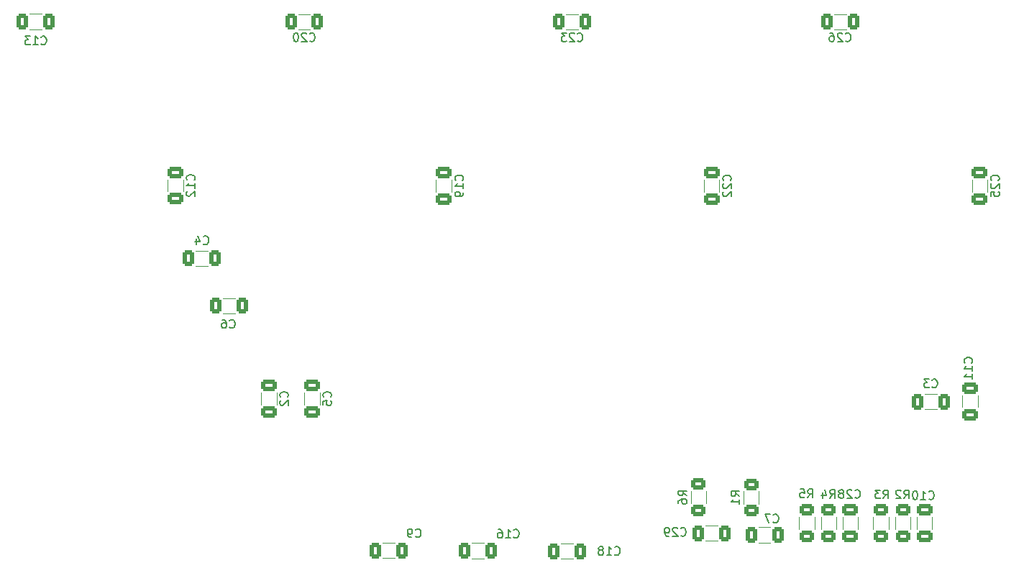
<source format=gbo>
G04 #@! TF.GenerationSoftware,KiCad,Pcbnew,8.0.8*
G04 #@! TF.CreationDate,2025-02-15T21:21:22+01:00*
G04 #@! TF.ProjectId,stepperpcb,73746570-7065-4727-9063-622e6b696361,rev?*
G04 #@! TF.SameCoordinates,Original*
G04 #@! TF.FileFunction,Legend,Bot*
G04 #@! TF.FilePolarity,Positive*
%FSLAX46Y46*%
G04 Gerber Fmt 4.6, Leading zero omitted, Abs format (unit mm)*
G04 Created by KiCad (PCBNEW 8.0.8) date 2025-02-15 21:21:22*
%MOMM*%
%LPD*%
G01*
G04 APERTURE LIST*
G04 Aperture macros list*
%AMRoundRect*
0 Rectangle with rounded corners*
0 $1 Rounding radius*
0 $2 $3 $4 $5 $6 $7 $8 $9 X,Y pos of 4 corners*
0 Add a 4 corners polygon primitive as box body*
4,1,4,$2,$3,$4,$5,$6,$7,$8,$9,$2,$3,0*
0 Add four circle primitives for the rounded corners*
1,1,$1+$1,$2,$3*
1,1,$1+$1,$4,$5*
1,1,$1+$1,$6,$7*
1,1,$1+$1,$8,$9*
0 Add four rect primitives between the rounded corners*
20,1,$1+$1,$2,$3,$4,$5,0*
20,1,$1+$1,$4,$5,$6,$7,0*
20,1,$1+$1,$6,$7,$8,$9,0*
20,1,$1+$1,$8,$9,$2,$3,0*%
G04 Aperture macros list end*
%ADD10C,0.150000*%
%ADD11C,0.120000*%
%ADD12C,5.600000*%
%ADD13C,3.600000*%
%ADD14R,1.700000X1.700000*%
%ADD15O,1.700000X1.700000*%
%ADD16RoundRect,0.250000X-0.412500X-0.650000X0.412500X-0.650000X0.412500X0.650000X-0.412500X0.650000X0*%
%ADD17RoundRect,0.250000X-0.625000X0.400000X-0.625000X-0.400000X0.625000X-0.400000X0.625000X0.400000X0*%
%ADD18RoundRect,0.250000X-0.650000X0.412500X-0.650000X-0.412500X0.650000X-0.412500X0.650000X0.412500X0*%
%ADD19C,1.440000*%
%ADD20RoundRect,0.250000X0.650000X-0.412500X0.650000X0.412500X-0.650000X0.412500X-0.650000X-0.412500X0*%
%ADD21O,1.600000X1.600000*%
%ADD22R,1.600000X1.600000*%
%ADD23C,2.600000*%
%ADD24R,2.600000X2.600000*%
%ADD25C,1.600000*%
%ADD26C,2.400000*%
%ADD27O,2.400000X2.400000*%
%ADD28RoundRect,0.250000X0.412500X0.650000X-0.412500X0.650000X-0.412500X-0.650000X0.412500X-0.650000X0*%
%ADD29O,1.905000X2.000000*%
%ADD30R,1.905000X2.000000*%
%ADD31C,2.300000*%
G04 APERTURE END LIST*
D10*
X166925657Y-107613980D02*
X166973276Y-107661600D01*
X166973276Y-107661600D02*
X167116133Y-107709219D01*
X167116133Y-107709219D02*
X167211371Y-107709219D01*
X167211371Y-107709219D02*
X167354228Y-107661600D01*
X167354228Y-107661600D02*
X167449466Y-107566361D01*
X167449466Y-107566361D02*
X167497085Y-107471123D01*
X167497085Y-107471123D02*
X167544704Y-107280647D01*
X167544704Y-107280647D02*
X167544704Y-107137790D01*
X167544704Y-107137790D02*
X167497085Y-106947314D01*
X167497085Y-106947314D02*
X167449466Y-106852076D01*
X167449466Y-106852076D02*
X167354228Y-106756838D01*
X167354228Y-106756838D02*
X167211371Y-106709219D01*
X167211371Y-106709219D02*
X167116133Y-106709219D01*
X167116133Y-106709219D02*
X166973276Y-106756838D01*
X166973276Y-106756838D02*
X166925657Y-106804457D01*
X166544704Y-106804457D02*
X166497085Y-106756838D01*
X166497085Y-106756838D02*
X166401847Y-106709219D01*
X166401847Y-106709219D02*
X166163752Y-106709219D01*
X166163752Y-106709219D02*
X166068514Y-106756838D01*
X166068514Y-106756838D02*
X166020895Y-106804457D01*
X166020895Y-106804457D02*
X165973276Y-106899695D01*
X165973276Y-106899695D02*
X165973276Y-106994933D01*
X165973276Y-106994933D02*
X166020895Y-107137790D01*
X166020895Y-107137790D02*
X166592323Y-107709219D01*
X166592323Y-107709219D02*
X165973276Y-107709219D01*
X165497085Y-107709219D02*
X165306609Y-107709219D01*
X165306609Y-107709219D02*
X165211371Y-107661600D01*
X165211371Y-107661600D02*
X165163752Y-107613980D01*
X165163752Y-107613980D02*
X165068514Y-107471123D01*
X165068514Y-107471123D02*
X165020895Y-107280647D01*
X165020895Y-107280647D02*
X165020895Y-106899695D01*
X165020895Y-106899695D02*
X165068514Y-106804457D01*
X165068514Y-106804457D02*
X165116133Y-106756838D01*
X165116133Y-106756838D02*
X165211371Y-106709219D01*
X165211371Y-106709219D02*
X165401847Y-106709219D01*
X165401847Y-106709219D02*
X165497085Y-106756838D01*
X165497085Y-106756838D02*
X165544704Y-106804457D01*
X165544704Y-106804457D02*
X165592323Y-106899695D01*
X165592323Y-106899695D02*
X165592323Y-107137790D01*
X165592323Y-107137790D02*
X165544704Y-107233028D01*
X165544704Y-107233028D02*
X165497085Y-107280647D01*
X165497085Y-107280647D02*
X165401847Y-107328266D01*
X165401847Y-107328266D02*
X165211371Y-107328266D01*
X165211371Y-107328266D02*
X165116133Y-107280647D01*
X165116133Y-107280647D02*
X165068514Y-107233028D01*
X165068514Y-107233028D02*
X165020895Y-107137790D01*
X167660219Y-102948933D02*
X167184028Y-102615600D01*
X167660219Y-102377505D02*
X166660219Y-102377505D01*
X166660219Y-102377505D02*
X166660219Y-102758457D01*
X166660219Y-102758457D02*
X166707838Y-102853695D01*
X166707838Y-102853695D02*
X166755457Y-102901314D01*
X166755457Y-102901314D02*
X166850695Y-102948933D01*
X166850695Y-102948933D02*
X166993552Y-102948933D01*
X166993552Y-102948933D02*
X167088790Y-102901314D01*
X167088790Y-102901314D02*
X167136409Y-102853695D01*
X167136409Y-102853695D02*
X167184028Y-102758457D01*
X167184028Y-102758457D02*
X167184028Y-102377505D01*
X166660219Y-103806076D02*
X166660219Y-103615600D01*
X166660219Y-103615600D02*
X166707838Y-103520362D01*
X166707838Y-103520362D02*
X166755457Y-103472743D01*
X166755457Y-103472743D02*
X166898314Y-103377505D01*
X166898314Y-103377505D02*
X167088790Y-103329886D01*
X167088790Y-103329886D02*
X167469742Y-103329886D01*
X167469742Y-103329886D02*
X167564980Y-103377505D01*
X167564980Y-103377505D02*
X167612600Y-103425124D01*
X167612600Y-103425124D02*
X167660219Y-103520362D01*
X167660219Y-103520362D02*
X167660219Y-103710838D01*
X167660219Y-103710838D02*
X167612600Y-103806076D01*
X167612600Y-103806076D02*
X167564980Y-103853695D01*
X167564980Y-103853695D02*
X167469742Y-103901314D01*
X167469742Y-103901314D02*
X167231647Y-103901314D01*
X167231647Y-103901314D02*
X167136409Y-103853695D01*
X167136409Y-103853695D02*
X167088790Y-103806076D01*
X167088790Y-103806076D02*
X167041171Y-103710838D01*
X167041171Y-103710838D02*
X167041171Y-103520362D01*
X167041171Y-103520362D02*
X167088790Y-103425124D01*
X167088790Y-103425124D02*
X167136409Y-103377505D01*
X167136409Y-103377505D02*
X167231647Y-103329886D01*
X187448857Y-103143580D02*
X187496476Y-103191200D01*
X187496476Y-103191200D02*
X187639333Y-103238819D01*
X187639333Y-103238819D02*
X187734571Y-103238819D01*
X187734571Y-103238819D02*
X187877428Y-103191200D01*
X187877428Y-103191200D02*
X187972666Y-103095961D01*
X187972666Y-103095961D02*
X188020285Y-103000723D01*
X188020285Y-103000723D02*
X188067904Y-102810247D01*
X188067904Y-102810247D02*
X188067904Y-102667390D01*
X188067904Y-102667390D02*
X188020285Y-102476914D01*
X188020285Y-102476914D02*
X187972666Y-102381676D01*
X187972666Y-102381676D02*
X187877428Y-102286438D01*
X187877428Y-102286438D02*
X187734571Y-102238819D01*
X187734571Y-102238819D02*
X187639333Y-102238819D01*
X187639333Y-102238819D02*
X187496476Y-102286438D01*
X187496476Y-102286438D02*
X187448857Y-102334057D01*
X187067904Y-102334057D02*
X187020285Y-102286438D01*
X187020285Y-102286438D02*
X186925047Y-102238819D01*
X186925047Y-102238819D02*
X186686952Y-102238819D01*
X186686952Y-102238819D02*
X186591714Y-102286438D01*
X186591714Y-102286438D02*
X186544095Y-102334057D01*
X186544095Y-102334057D02*
X186496476Y-102429295D01*
X186496476Y-102429295D02*
X186496476Y-102524533D01*
X186496476Y-102524533D02*
X186544095Y-102667390D01*
X186544095Y-102667390D02*
X187115523Y-103238819D01*
X187115523Y-103238819D02*
X186496476Y-103238819D01*
X185925047Y-102667390D02*
X186020285Y-102619771D01*
X186020285Y-102619771D02*
X186067904Y-102572152D01*
X186067904Y-102572152D02*
X186115523Y-102476914D01*
X186115523Y-102476914D02*
X186115523Y-102429295D01*
X186115523Y-102429295D02*
X186067904Y-102334057D01*
X186067904Y-102334057D02*
X186020285Y-102286438D01*
X186020285Y-102286438D02*
X185925047Y-102238819D01*
X185925047Y-102238819D02*
X185734571Y-102238819D01*
X185734571Y-102238819D02*
X185639333Y-102286438D01*
X185639333Y-102286438D02*
X185591714Y-102334057D01*
X185591714Y-102334057D02*
X185544095Y-102429295D01*
X185544095Y-102429295D02*
X185544095Y-102476914D01*
X185544095Y-102476914D02*
X185591714Y-102572152D01*
X185591714Y-102572152D02*
X185639333Y-102619771D01*
X185639333Y-102619771D02*
X185734571Y-102667390D01*
X185734571Y-102667390D02*
X185925047Y-102667390D01*
X185925047Y-102667390D02*
X186020285Y-102715009D01*
X186020285Y-102715009D02*
X186067904Y-102762628D01*
X186067904Y-102762628D02*
X186115523Y-102857866D01*
X186115523Y-102857866D02*
X186115523Y-103048342D01*
X186115523Y-103048342D02*
X186067904Y-103143580D01*
X186067904Y-103143580D02*
X186020285Y-103191200D01*
X186020285Y-103191200D02*
X185925047Y-103238819D01*
X185925047Y-103238819D02*
X185734571Y-103238819D01*
X185734571Y-103238819D02*
X185639333Y-103191200D01*
X185639333Y-103191200D02*
X185591714Y-103143580D01*
X185591714Y-103143580D02*
X185544095Y-103048342D01*
X185544095Y-103048342D02*
X185544095Y-102857866D01*
X185544095Y-102857866D02*
X185591714Y-102762628D01*
X185591714Y-102762628D02*
X185639333Y-102715009D01*
X185639333Y-102715009D02*
X185734571Y-102667390D01*
X184483466Y-103238819D02*
X184816799Y-102762628D01*
X185054894Y-103238819D02*
X185054894Y-102238819D01*
X185054894Y-102238819D02*
X184673942Y-102238819D01*
X184673942Y-102238819D02*
X184578704Y-102286438D01*
X184578704Y-102286438D02*
X184531085Y-102334057D01*
X184531085Y-102334057D02*
X184483466Y-102429295D01*
X184483466Y-102429295D02*
X184483466Y-102572152D01*
X184483466Y-102572152D02*
X184531085Y-102667390D01*
X184531085Y-102667390D02*
X184578704Y-102715009D01*
X184578704Y-102715009D02*
X184673942Y-102762628D01*
X184673942Y-102762628D02*
X185054894Y-102762628D01*
X183626323Y-102572152D02*
X183626323Y-103238819D01*
X183864418Y-102191200D02*
X184102513Y-102905485D01*
X184102513Y-102905485D02*
X183483466Y-102905485D01*
X181892666Y-103188019D02*
X182225999Y-102711828D01*
X182464094Y-103188019D02*
X182464094Y-102188019D01*
X182464094Y-102188019D02*
X182083142Y-102188019D01*
X182083142Y-102188019D02*
X181987904Y-102235638D01*
X181987904Y-102235638D02*
X181940285Y-102283257D01*
X181940285Y-102283257D02*
X181892666Y-102378495D01*
X181892666Y-102378495D02*
X181892666Y-102521352D01*
X181892666Y-102521352D02*
X181940285Y-102616590D01*
X181940285Y-102616590D02*
X181987904Y-102664209D01*
X181987904Y-102664209D02*
X182083142Y-102711828D01*
X182083142Y-102711828D02*
X182464094Y-102711828D01*
X180987904Y-102188019D02*
X181464094Y-102188019D01*
X181464094Y-102188019D02*
X181511713Y-102664209D01*
X181511713Y-102664209D02*
X181464094Y-102616590D01*
X181464094Y-102616590D02*
X181368856Y-102568971D01*
X181368856Y-102568971D02*
X181130761Y-102568971D01*
X181130761Y-102568971D02*
X181035523Y-102616590D01*
X181035523Y-102616590D02*
X180987904Y-102664209D01*
X180987904Y-102664209D02*
X180940285Y-102759447D01*
X180940285Y-102759447D02*
X180940285Y-102997542D01*
X180940285Y-102997542D02*
X180987904Y-103092780D01*
X180987904Y-103092780D02*
X181035523Y-103140400D01*
X181035523Y-103140400D02*
X181130761Y-103188019D01*
X181130761Y-103188019D02*
X181368856Y-103188019D01*
X181368856Y-103188019D02*
X181464094Y-103140400D01*
X181464094Y-103140400D02*
X181511713Y-103092780D01*
X190782666Y-103289619D02*
X191115999Y-102813428D01*
X191354094Y-103289619D02*
X191354094Y-102289619D01*
X191354094Y-102289619D02*
X190973142Y-102289619D01*
X190973142Y-102289619D02*
X190877904Y-102337238D01*
X190877904Y-102337238D02*
X190830285Y-102384857D01*
X190830285Y-102384857D02*
X190782666Y-102480095D01*
X190782666Y-102480095D02*
X190782666Y-102622952D01*
X190782666Y-102622952D02*
X190830285Y-102718190D01*
X190830285Y-102718190D02*
X190877904Y-102765809D01*
X190877904Y-102765809D02*
X190973142Y-102813428D01*
X190973142Y-102813428D02*
X191354094Y-102813428D01*
X190449332Y-102289619D02*
X189830285Y-102289619D01*
X189830285Y-102289619D02*
X190163618Y-102670571D01*
X190163618Y-102670571D02*
X190020761Y-102670571D01*
X190020761Y-102670571D02*
X189925523Y-102718190D01*
X189925523Y-102718190D02*
X189877904Y-102765809D01*
X189877904Y-102765809D02*
X189830285Y-102861047D01*
X189830285Y-102861047D02*
X189830285Y-103099142D01*
X189830285Y-103099142D02*
X189877904Y-103194380D01*
X189877904Y-103194380D02*
X189925523Y-103242000D01*
X189925523Y-103242000D02*
X190020761Y-103289619D01*
X190020761Y-103289619D02*
X190306475Y-103289619D01*
X190306475Y-103289619D02*
X190401713Y-103242000D01*
X190401713Y-103242000D02*
X190449332Y-103194380D01*
X186330557Y-49361580D02*
X186378176Y-49409200D01*
X186378176Y-49409200D02*
X186521033Y-49456819D01*
X186521033Y-49456819D02*
X186616271Y-49456819D01*
X186616271Y-49456819D02*
X186759128Y-49409200D01*
X186759128Y-49409200D02*
X186854366Y-49313961D01*
X186854366Y-49313961D02*
X186901985Y-49218723D01*
X186901985Y-49218723D02*
X186949604Y-49028247D01*
X186949604Y-49028247D02*
X186949604Y-48885390D01*
X186949604Y-48885390D02*
X186901985Y-48694914D01*
X186901985Y-48694914D02*
X186854366Y-48599676D01*
X186854366Y-48599676D02*
X186759128Y-48504438D01*
X186759128Y-48504438D02*
X186616271Y-48456819D01*
X186616271Y-48456819D02*
X186521033Y-48456819D01*
X186521033Y-48456819D02*
X186378176Y-48504438D01*
X186378176Y-48504438D02*
X186330557Y-48552057D01*
X185949604Y-48552057D02*
X185901985Y-48504438D01*
X185901985Y-48504438D02*
X185806747Y-48456819D01*
X185806747Y-48456819D02*
X185568652Y-48456819D01*
X185568652Y-48456819D02*
X185473414Y-48504438D01*
X185473414Y-48504438D02*
X185425795Y-48552057D01*
X185425795Y-48552057D02*
X185378176Y-48647295D01*
X185378176Y-48647295D02*
X185378176Y-48742533D01*
X185378176Y-48742533D02*
X185425795Y-48885390D01*
X185425795Y-48885390D02*
X185997223Y-49456819D01*
X185997223Y-49456819D02*
X185378176Y-49456819D01*
X184521033Y-48456819D02*
X184711509Y-48456819D01*
X184711509Y-48456819D02*
X184806747Y-48504438D01*
X184806747Y-48504438D02*
X184854366Y-48552057D01*
X184854366Y-48552057D02*
X184949604Y-48694914D01*
X184949604Y-48694914D02*
X184997223Y-48885390D01*
X184997223Y-48885390D02*
X184997223Y-49266342D01*
X184997223Y-49266342D02*
X184949604Y-49361580D01*
X184949604Y-49361580D02*
X184901985Y-49409200D01*
X184901985Y-49409200D02*
X184806747Y-49456819D01*
X184806747Y-49456819D02*
X184616271Y-49456819D01*
X184616271Y-49456819D02*
X184521033Y-49409200D01*
X184521033Y-49409200D02*
X184473414Y-49361580D01*
X184473414Y-49361580D02*
X184425795Y-49266342D01*
X184425795Y-49266342D02*
X184425795Y-49028247D01*
X184425795Y-49028247D02*
X184473414Y-48933009D01*
X184473414Y-48933009D02*
X184521033Y-48885390D01*
X184521033Y-48885390D02*
X184616271Y-48837771D01*
X184616271Y-48837771D02*
X184806747Y-48837771D01*
X184806747Y-48837771D02*
X184901985Y-48885390D01*
X184901985Y-48885390D02*
X184949604Y-48933009D01*
X184949604Y-48933009D02*
X184997223Y-49028247D01*
X204334780Y-65821642D02*
X204382400Y-65774023D01*
X204382400Y-65774023D02*
X204430019Y-65631166D01*
X204430019Y-65631166D02*
X204430019Y-65535928D01*
X204430019Y-65535928D02*
X204382400Y-65393071D01*
X204382400Y-65393071D02*
X204287161Y-65297833D01*
X204287161Y-65297833D02*
X204191923Y-65250214D01*
X204191923Y-65250214D02*
X204001447Y-65202595D01*
X204001447Y-65202595D02*
X203858590Y-65202595D01*
X203858590Y-65202595D02*
X203668114Y-65250214D01*
X203668114Y-65250214D02*
X203572876Y-65297833D01*
X203572876Y-65297833D02*
X203477638Y-65393071D01*
X203477638Y-65393071D02*
X203430019Y-65535928D01*
X203430019Y-65535928D02*
X203430019Y-65631166D01*
X203430019Y-65631166D02*
X203477638Y-65774023D01*
X203477638Y-65774023D02*
X203525257Y-65821642D01*
X203525257Y-66202595D02*
X203477638Y-66250214D01*
X203477638Y-66250214D02*
X203430019Y-66345452D01*
X203430019Y-66345452D02*
X203430019Y-66583547D01*
X203430019Y-66583547D02*
X203477638Y-66678785D01*
X203477638Y-66678785D02*
X203525257Y-66726404D01*
X203525257Y-66726404D02*
X203620495Y-66774023D01*
X203620495Y-66774023D02*
X203715733Y-66774023D01*
X203715733Y-66774023D02*
X203858590Y-66726404D01*
X203858590Y-66726404D02*
X204430019Y-66154976D01*
X204430019Y-66154976D02*
X204430019Y-66774023D01*
X203430019Y-67678785D02*
X203430019Y-67202595D01*
X203430019Y-67202595D02*
X203906209Y-67154976D01*
X203906209Y-67154976D02*
X203858590Y-67202595D01*
X203858590Y-67202595D02*
X203810971Y-67297833D01*
X203810971Y-67297833D02*
X203810971Y-67535928D01*
X203810971Y-67535928D02*
X203858590Y-67631166D01*
X203858590Y-67631166D02*
X203906209Y-67678785D01*
X203906209Y-67678785D02*
X204001447Y-67726404D01*
X204001447Y-67726404D02*
X204239542Y-67726404D01*
X204239542Y-67726404D02*
X204334780Y-67678785D01*
X204334780Y-67678785D02*
X204382400Y-67631166D01*
X204382400Y-67631166D02*
X204430019Y-67535928D01*
X204430019Y-67535928D02*
X204430019Y-67297833D01*
X204430019Y-67297833D02*
X204382400Y-67202595D01*
X204382400Y-67202595D02*
X204334780Y-67154976D01*
X154783757Y-49361580D02*
X154831376Y-49409200D01*
X154831376Y-49409200D02*
X154974233Y-49456819D01*
X154974233Y-49456819D02*
X155069471Y-49456819D01*
X155069471Y-49456819D02*
X155212328Y-49409200D01*
X155212328Y-49409200D02*
X155307566Y-49313961D01*
X155307566Y-49313961D02*
X155355185Y-49218723D01*
X155355185Y-49218723D02*
X155402804Y-49028247D01*
X155402804Y-49028247D02*
X155402804Y-48885390D01*
X155402804Y-48885390D02*
X155355185Y-48694914D01*
X155355185Y-48694914D02*
X155307566Y-48599676D01*
X155307566Y-48599676D02*
X155212328Y-48504438D01*
X155212328Y-48504438D02*
X155069471Y-48456819D01*
X155069471Y-48456819D02*
X154974233Y-48456819D01*
X154974233Y-48456819D02*
X154831376Y-48504438D01*
X154831376Y-48504438D02*
X154783757Y-48552057D01*
X154402804Y-48552057D02*
X154355185Y-48504438D01*
X154355185Y-48504438D02*
X154259947Y-48456819D01*
X154259947Y-48456819D02*
X154021852Y-48456819D01*
X154021852Y-48456819D02*
X153926614Y-48504438D01*
X153926614Y-48504438D02*
X153878995Y-48552057D01*
X153878995Y-48552057D02*
X153831376Y-48647295D01*
X153831376Y-48647295D02*
X153831376Y-48742533D01*
X153831376Y-48742533D02*
X153878995Y-48885390D01*
X153878995Y-48885390D02*
X154450423Y-49456819D01*
X154450423Y-49456819D02*
X153831376Y-49456819D01*
X153498042Y-48456819D02*
X152878995Y-48456819D01*
X152878995Y-48456819D02*
X153212328Y-48837771D01*
X153212328Y-48837771D02*
X153069471Y-48837771D01*
X153069471Y-48837771D02*
X152974233Y-48885390D01*
X152974233Y-48885390D02*
X152926614Y-48933009D01*
X152926614Y-48933009D02*
X152878995Y-49028247D01*
X152878995Y-49028247D02*
X152878995Y-49266342D01*
X152878995Y-49266342D02*
X152926614Y-49361580D01*
X152926614Y-49361580D02*
X152974233Y-49409200D01*
X152974233Y-49409200D02*
X153069471Y-49456819D01*
X153069471Y-49456819D02*
X153355185Y-49456819D01*
X153355185Y-49456819D02*
X153450423Y-49409200D01*
X153450423Y-49409200D02*
X153498042Y-49361580D01*
X172787980Y-65821642D02*
X172835600Y-65774023D01*
X172835600Y-65774023D02*
X172883219Y-65631166D01*
X172883219Y-65631166D02*
X172883219Y-65535928D01*
X172883219Y-65535928D02*
X172835600Y-65393071D01*
X172835600Y-65393071D02*
X172740361Y-65297833D01*
X172740361Y-65297833D02*
X172645123Y-65250214D01*
X172645123Y-65250214D02*
X172454647Y-65202595D01*
X172454647Y-65202595D02*
X172311790Y-65202595D01*
X172311790Y-65202595D02*
X172121314Y-65250214D01*
X172121314Y-65250214D02*
X172026076Y-65297833D01*
X172026076Y-65297833D02*
X171930838Y-65393071D01*
X171930838Y-65393071D02*
X171883219Y-65535928D01*
X171883219Y-65535928D02*
X171883219Y-65631166D01*
X171883219Y-65631166D02*
X171930838Y-65774023D01*
X171930838Y-65774023D02*
X171978457Y-65821642D01*
X171978457Y-66202595D02*
X171930838Y-66250214D01*
X171930838Y-66250214D02*
X171883219Y-66345452D01*
X171883219Y-66345452D02*
X171883219Y-66583547D01*
X171883219Y-66583547D02*
X171930838Y-66678785D01*
X171930838Y-66678785D02*
X171978457Y-66726404D01*
X171978457Y-66726404D02*
X172073695Y-66774023D01*
X172073695Y-66774023D02*
X172168933Y-66774023D01*
X172168933Y-66774023D02*
X172311790Y-66726404D01*
X172311790Y-66726404D02*
X172883219Y-66154976D01*
X172883219Y-66154976D02*
X172883219Y-66774023D01*
X171978457Y-67154976D02*
X171930838Y-67202595D01*
X171930838Y-67202595D02*
X171883219Y-67297833D01*
X171883219Y-67297833D02*
X171883219Y-67535928D01*
X171883219Y-67535928D02*
X171930838Y-67631166D01*
X171930838Y-67631166D02*
X171978457Y-67678785D01*
X171978457Y-67678785D02*
X172073695Y-67726404D01*
X172073695Y-67726404D02*
X172168933Y-67726404D01*
X172168933Y-67726404D02*
X172311790Y-67678785D01*
X172311790Y-67678785D02*
X172883219Y-67107357D01*
X172883219Y-67107357D02*
X172883219Y-67726404D01*
X123236957Y-49361580D02*
X123284576Y-49409200D01*
X123284576Y-49409200D02*
X123427433Y-49456819D01*
X123427433Y-49456819D02*
X123522671Y-49456819D01*
X123522671Y-49456819D02*
X123665528Y-49409200D01*
X123665528Y-49409200D02*
X123760766Y-49313961D01*
X123760766Y-49313961D02*
X123808385Y-49218723D01*
X123808385Y-49218723D02*
X123856004Y-49028247D01*
X123856004Y-49028247D02*
X123856004Y-48885390D01*
X123856004Y-48885390D02*
X123808385Y-48694914D01*
X123808385Y-48694914D02*
X123760766Y-48599676D01*
X123760766Y-48599676D02*
X123665528Y-48504438D01*
X123665528Y-48504438D02*
X123522671Y-48456819D01*
X123522671Y-48456819D02*
X123427433Y-48456819D01*
X123427433Y-48456819D02*
X123284576Y-48504438D01*
X123284576Y-48504438D02*
X123236957Y-48552057D01*
X122856004Y-48552057D02*
X122808385Y-48504438D01*
X122808385Y-48504438D02*
X122713147Y-48456819D01*
X122713147Y-48456819D02*
X122475052Y-48456819D01*
X122475052Y-48456819D02*
X122379814Y-48504438D01*
X122379814Y-48504438D02*
X122332195Y-48552057D01*
X122332195Y-48552057D02*
X122284576Y-48647295D01*
X122284576Y-48647295D02*
X122284576Y-48742533D01*
X122284576Y-48742533D02*
X122332195Y-48885390D01*
X122332195Y-48885390D02*
X122903623Y-49456819D01*
X122903623Y-49456819D02*
X122284576Y-49456819D01*
X121665528Y-48456819D02*
X121570290Y-48456819D01*
X121570290Y-48456819D02*
X121475052Y-48504438D01*
X121475052Y-48504438D02*
X121427433Y-48552057D01*
X121427433Y-48552057D02*
X121379814Y-48647295D01*
X121379814Y-48647295D02*
X121332195Y-48837771D01*
X121332195Y-48837771D02*
X121332195Y-49075866D01*
X121332195Y-49075866D02*
X121379814Y-49266342D01*
X121379814Y-49266342D02*
X121427433Y-49361580D01*
X121427433Y-49361580D02*
X121475052Y-49409200D01*
X121475052Y-49409200D02*
X121570290Y-49456819D01*
X121570290Y-49456819D02*
X121665528Y-49456819D01*
X121665528Y-49456819D02*
X121760766Y-49409200D01*
X121760766Y-49409200D02*
X121808385Y-49361580D01*
X121808385Y-49361580D02*
X121856004Y-49266342D01*
X121856004Y-49266342D02*
X121903623Y-49075866D01*
X121903623Y-49075866D02*
X121903623Y-48837771D01*
X121903623Y-48837771D02*
X121856004Y-48647295D01*
X121856004Y-48647295D02*
X121808385Y-48552057D01*
X121808385Y-48552057D02*
X121760766Y-48504438D01*
X121760766Y-48504438D02*
X121665528Y-48456819D01*
X141241180Y-65821642D02*
X141288800Y-65774023D01*
X141288800Y-65774023D02*
X141336419Y-65631166D01*
X141336419Y-65631166D02*
X141336419Y-65535928D01*
X141336419Y-65535928D02*
X141288800Y-65393071D01*
X141288800Y-65393071D02*
X141193561Y-65297833D01*
X141193561Y-65297833D02*
X141098323Y-65250214D01*
X141098323Y-65250214D02*
X140907847Y-65202595D01*
X140907847Y-65202595D02*
X140764990Y-65202595D01*
X140764990Y-65202595D02*
X140574514Y-65250214D01*
X140574514Y-65250214D02*
X140479276Y-65297833D01*
X140479276Y-65297833D02*
X140384038Y-65393071D01*
X140384038Y-65393071D02*
X140336419Y-65535928D01*
X140336419Y-65535928D02*
X140336419Y-65631166D01*
X140336419Y-65631166D02*
X140384038Y-65774023D01*
X140384038Y-65774023D02*
X140431657Y-65821642D01*
X141336419Y-66774023D02*
X141336419Y-66202595D01*
X141336419Y-66488309D02*
X140336419Y-66488309D01*
X140336419Y-66488309D02*
X140479276Y-66393071D01*
X140479276Y-66393071D02*
X140574514Y-66297833D01*
X140574514Y-66297833D02*
X140622133Y-66202595D01*
X141336419Y-67250214D02*
X141336419Y-67440690D01*
X141336419Y-67440690D02*
X141288800Y-67535928D01*
X141288800Y-67535928D02*
X141241180Y-67583547D01*
X141241180Y-67583547D02*
X141098323Y-67678785D01*
X141098323Y-67678785D02*
X140907847Y-67726404D01*
X140907847Y-67726404D02*
X140526895Y-67726404D01*
X140526895Y-67726404D02*
X140431657Y-67678785D01*
X140431657Y-67678785D02*
X140384038Y-67631166D01*
X140384038Y-67631166D02*
X140336419Y-67535928D01*
X140336419Y-67535928D02*
X140336419Y-67345452D01*
X140336419Y-67345452D02*
X140384038Y-67250214D01*
X140384038Y-67250214D02*
X140431657Y-67202595D01*
X140431657Y-67202595D02*
X140526895Y-67154976D01*
X140526895Y-67154976D02*
X140764990Y-67154976D01*
X140764990Y-67154976D02*
X140860228Y-67202595D01*
X140860228Y-67202595D02*
X140907847Y-67250214D01*
X140907847Y-67250214D02*
X140955466Y-67345452D01*
X140955466Y-67345452D02*
X140955466Y-67535928D01*
X140955466Y-67535928D02*
X140907847Y-67631166D01*
X140907847Y-67631166D02*
X140860228Y-67678785D01*
X140860228Y-67678785D02*
X140764990Y-67726404D01*
X159153257Y-109849180D02*
X159200876Y-109896800D01*
X159200876Y-109896800D02*
X159343733Y-109944419D01*
X159343733Y-109944419D02*
X159438971Y-109944419D01*
X159438971Y-109944419D02*
X159581828Y-109896800D01*
X159581828Y-109896800D02*
X159677066Y-109801561D01*
X159677066Y-109801561D02*
X159724685Y-109706323D01*
X159724685Y-109706323D02*
X159772304Y-109515847D01*
X159772304Y-109515847D02*
X159772304Y-109372990D01*
X159772304Y-109372990D02*
X159724685Y-109182514D01*
X159724685Y-109182514D02*
X159677066Y-109087276D01*
X159677066Y-109087276D02*
X159581828Y-108992038D01*
X159581828Y-108992038D02*
X159438971Y-108944419D01*
X159438971Y-108944419D02*
X159343733Y-108944419D01*
X159343733Y-108944419D02*
X159200876Y-108992038D01*
X159200876Y-108992038D02*
X159153257Y-109039657D01*
X158200876Y-109944419D02*
X158772304Y-109944419D01*
X158486590Y-109944419D02*
X158486590Y-108944419D01*
X158486590Y-108944419D02*
X158581828Y-109087276D01*
X158581828Y-109087276D02*
X158677066Y-109182514D01*
X158677066Y-109182514D02*
X158772304Y-109230133D01*
X157629447Y-109372990D02*
X157724685Y-109325371D01*
X157724685Y-109325371D02*
X157772304Y-109277752D01*
X157772304Y-109277752D02*
X157819923Y-109182514D01*
X157819923Y-109182514D02*
X157819923Y-109134895D01*
X157819923Y-109134895D02*
X157772304Y-109039657D01*
X157772304Y-109039657D02*
X157724685Y-108992038D01*
X157724685Y-108992038D02*
X157629447Y-108944419D01*
X157629447Y-108944419D02*
X157438971Y-108944419D01*
X157438971Y-108944419D02*
X157343733Y-108992038D01*
X157343733Y-108992038D02*
X157296114Y-109039657D01*
X157296114Y-109039657D02*
X157248495Y-109134895D01*
X157248495Y-109134895D02*
X157248495Y-109182514D01*
X157248495Y-109182514D02*
X157296114Y-109277752D01*
X157296114Y-109277752D02*
X157343733Y-109325371D01*
X157343733Y-109325371D02*
X157438971Y-109372990D01*
X157438971Y-109372990D02*
X157629447Y-109372990D01*
X157629447Y-109372990D02*
X157724685Y-109420609D01*
X157724685Y-109420609D02*
X157772304Y-109468228D01*
X157772304Y-109468228D02*
X157819923Y-109563466D01*
X157819923Y-109563466D02*
X157819923Y-109753942D01*
X157819923Y-109753942D02*
X157772304Y-109849180D01*
X157772304Y-109849180D02*
X157724685Y-109896800D01*
X157724685Y-109896800D02*
X157629447Y-109944419D01*
X157629447Y-109944419D02*
X157438971Y-109944419D01*
X157438971Y-109944419D02*
X157343733Y-109896800D01*
X157343733Y-109896800D02*
X157296114Y-109849180D01*
X157296114Y-109849180D02*
X157248495Y-109753942D01*
X157248495Y-109753942D02*
X157248495Y-109563466D01*
X157248495Y-109563466D02*
X157296114Y-109468228D01*
X157296114Y-109468228D02*
X157343733Y-109420609D01*
X157343733Y-109420609D02*
X157438971Y-109372990D01*
X147266057Y-107817180D02*
X147313676Y-107864800D01*
X147313676Y-107864800D02*
X147456533Y-107912419D01*
X147456533Y-107912419D02*
X147551771Y-107912419D01*
X147551771Y-107912419D02*
X147694628Y-107864800D01*
X147694628Y-107864800D02*
X147789866Y-107769561D01*
X147789866Y-107769561D02*
X147837485Y-107674323D01*
X147837485Y-107674323D02*
X147885104Y-107483847D01*
X147885104Y-107483847D02*
X147885104Y-107340990D01*
X147885104Y-107340990D02*
X147837485Y-107150514D01*
X147837485Y-107150514D02*
X147789866Y-107055276D01*
X147789866Y-107055276D02*
X147694628Y-106960038D01*
X147694628Y-106960038D02*
X147551771Y-106912419D01*
X147551771Y-106912419D02*
X147456533Y-106912419D01*
X147456533Y-106912419D02*
X147313676Y-106960038D01*
X147313676Y-106960038D02*
X147266057Y-107007657D01*
X146313676Y-107912419D02*
X146885104Y-107912419D01*
X146599390Y-107912419D02*
X146599390Y-106912419D01*
X146599390Y-106912419D02*
X146694628Y-107055276D01*
X146694628Y-107055276D02*
X146789866Y-107150514D01*
X146789866Y-107150514D02*
X146885104Y-107198133D01*
X145456533Y-106912419D02*
X145647009Y-106912419D01*
X145647009Y-106912419D02*
X145742247Y-106960038D01*
X145742247Y-106960038D02*
X145789866Y-107007657D01*
X145789866Y-107007657D02*
X145885104Y-107150514D01*
X145885104Y-107150514D02*
X145932723Y-107340990D01*
X145932723Y-107340990D02*
X145932723Y-107721942D01*
X145932723Y-107721942D02*
X145885104Y-107817180D01*
X145885104Y-107817180D02*
X145837485Y-107864800D01*
X145837485Y-107864800D02*
X145742247Y-107912419D01*
X145742247Y-107912419D02*
X145551771Y-107912419D01*
X145551771Y-107912419D02*
X145456533Y-107864800D01*
X145456533Y-107864800D02*
X145408914Y-107817180D01*
X145408914Y-107817180D02*
X145361295Y-107721942D01*
X145361295Y-107721942D02*
X145361295Y-107483847D01*
X145361295Y-107483847D02*
X145408914Y-107388609D01*
X145408914Y-107388609D02*
X145456533Y-107340990D01*
X145456533Y-107340990D02*
X145551771Y-107293371D01*
X145551771Y-107293371D02*
X145742247Y-107293371D01*
X145742247Y-107293371D02*
X145837485Y-107340990D01*
X145837485Y-107340990D02*
X145885104Y-107388609D01*
X145885104Y-107388609D02*
X145932723Y-107483847D01*
X196535366Y-90138780D02*
X196582985Y-90186400D01*
X196582985Y-90186400D02*
X196725842Y-90234019D01*
X196725842Y-90234019D02*
X196821080Y-90234019D01*
X196821080Y-90234019D02*
X196963937Y-90186400D01*
X196963937Y-90186400D02*
X197059175Y-90091161D01*
X197059175Y-90091161D02*
X197106794Y-89995923D01*
X197106794Y-89995923D02*
X197154413Y-89805447D01*
X197154413Y-89805447D02*
X197154413Y-89662590D01*
X197154413Y-89662590D02*
X197106794Y-89472114D01*
X197106794Y-89472114D02*
X197059175Y-89376876D01*
X197059175Y-89376876D02*
X196963937Y-89281638D01*
X196963937Y-89281638D02*
X196821080Y-89234019D01*
X196821080Y-89234019D02*
X196725842Y-89234019D01*
X196725842Y-89234019D02*
X196582985Y-89281638D01*
X196582985Y-89281638D02*
X196535366Y-89329257D01*
X196202032Y-89234019D02*
X195582985Y-89234019D01*
X195582985Y-89234019D02*
X195916318Y-89614971D01*
X195916318Y-89614971D02*
X195773461Y-89614971D01*
X195773461Y-89614971D02*
X195678223Y-89662590D01*
X195678223Y-89662590D02*
X195630604Y-89710209D01*
X195630604Y-89710209D02*
X195582985Y-89805447D01*
X195582985Y-89805447D02*
X195582985Y-90043542D01*
X195582985Y-90043542D02*
X195630604Y-90138780D01*
X195630604Y-90138780D02*
X195678223Y-90186400D01*
X195678223Y-90186400D02*
X195773461Y-90234019D01*
X195773461Y-90234019D02*
X196059175Y-90234019D01*
X196059175Y-90234019D02*
X196154413Y-90186400D01*
X196154413Y-90186400D02*
X196202032Y-90138780D01*
X201186380Y-87307542D02*
X201234000Y-87259923D01*
X201234000Y-87259923D02*
X201281619Y-87117066D01*
X201281619Y-87117066D02*
X201281619Y-87021828D01*
X201281619Y-87021828D02*
X201234000Y-86878971D01*
X201234000Y-86878971D02*
X201138761Y-86783733D01*
X201138761Y-86783733D02*
X201043523Y-86736114D01*
X201043523Y-86736114D02*
X200853047Y-86688495D01*
X200853047Y-86688495D02*
X200710190Y-86688495D01*
X200710190Y-86688495D02*
X200519714Y-86736114D01*
X200519714Y-86736114D02*
X200424476Y-86783733D01*
X200424476Y-86783733D02*
X200329238Y-86878971D01*
X200329238Y-86878971D02*
X200281619Y-87021828D01*
X200281619Y-87021828D02*
X200281619Y-87117066D01*
X200281619Y-87117066D02*
X200329238Y-87259923D01*
X200329238Y-87259923D02*
X200376857Y-87307542D01*
X201281619Y-88259923D02*
X201281619Y-87688495D01*
X201281619Y-87974209D02*
X200281619Y-87974209D01*
X200281619Y-87974209D02*
X200424476Y-87878971D01*
X200424476Y-87878971D02*
X200519714Y-87783733D01*
X200519714Y-87783733D02*
X200567333Y-87688495D01*
X201281619Y-89212304D02*
X201281619Y-88640876D01*
X201281619Y-88926590D02*
X200281619Y-88926590D01*
X200281619Y-88926590D02*
X200424476Y-88831352D01*
X200424476Y-88831352D02*
X200519714Y-88736114D01*
X200519714Y-88736114D02*
X200567333Y-88640876D01*
X193221066Y-103289619D02*
X193554399Y-102813428D01*
X193792494Y-103289619D02*
X193792494Y-102289619D01*
X193792494Y-102289619D02*
X193411542Y-102289619D01*
X193411542Y-102289619D02*
X193316304Y-102337238D01*
X193316304Y-102337238D02*
X193268685Y-102384857D01*
X193268685Y-102384857D02*
X193221066Y-102480095D01*
X193221066Y-102480095D02*
X193221066Y-102622952D01*
X193221066Y-102622952D02*
X193268685Y-102718190D01*
X193268685Y-102718190D02*
X193316304Y-102765809D01*
X193316304Y-102765809D02*
X193411542Y-102813428D01*
X193411542Y-102813428D02*
X193792494Y-102813428D01*
X192840113Y-102384857D02*
X192792494Y-102337238D01*
X192792494Y-102337238D02*
X192697256Y-102289619D01*
X192697256Y-102289619D02*
X192459161Y-102289619D01*
X192459161Y-102289619D02*
X192363923Y-102337238D01*
X192363923Y-102337238D02*
X192316304Y-102384857D01*
X192316304Y-102384857D02*
X192268685Y-102480095D01*
X192268685Y-102480095D02*
X192268685Y-102575333D01*
X192268685Y-102575333D02*
X192316304Y-102718190D01*
X192316304Y-102718190D02*
X192887732Y-103289619D01*
X192887732Y-103289619D02*
X192268685Y-103289619D01*
X109636780Y-65776842D02*
X109684400Y-65729223D01*
X109684400Y-65729223D02*
X109732019Y-65586366D01*
X109732019Y-65586366D02*
X109732019Y-65491128D01*
X109732019Y-65491128D02*
X109684400Y-65348271D01*
X109684400Y-65348271D02*
X109589161Y-65253033D01*
X109589161Y-65253033D02*
X109493923Y-65205414D01*
X109493923Y-65205414D02*
X109303447Y-65157795D01*
X109303447Y-65157795D02*
X109160590Y-65157795D01*
X109160590Y-65157795D02*
X108970114Y-65205414D01*
X108970114Y-65205414D02*
X108874876Y-65253033D01*
X108874876Y-65253033D02*
X108779638Y-65348271D01*
X108779638Y-65348271D02*
X108732019Y-65491128D01*
X108732019Y-65491128D02*
X108732019Y-65586366D01*
X108732019Y-65586366D02*
X108779638Y-65729223D01*
X108779638Y-65729223D02*
X108827257Y-65776842D01*
X109732019Y-66729223D02*
X109732019Y-66157795D01*
X109732019Y-66443509D02*
X108732019Y-66443509D01*
X108732019Y-66443509D02*
X108874876Y-66348271D01*
X108874876Y-66348271D02*
X108970114Y-66253033D01*
X108970114Y-66253033D02*
X109017733Y-66157795D01*
X108827257Y-67110176D02*
X108779638Y-67157795D01*
X108779638Y-67157795D02*
X108732019Y-67253033D01*
X108732019Y-67253033D02*
X108732019Y-67491128D01*
X108732019Y-67491128D02*
X108779638Y-67586366D01*
X108779638Y-67586366D02*
X108827257Y-67633985D01*
X108827257Y-67633985D02*
X108922495Y-67681604D01*
X108922495Y-67681604D02*
X109017733Y-67681604D01*
X109017733Y-67681604D02*
X109160590Y-67633985D01*
X109160590Y-67633985D02*
X109732019Y-67062557D01*
X109732019Y-67062557D02*
X109732019Y-67681604D01*
X135715466Y-107766380D02*
X135763085Y-107814000D01*
X135763085Y-107814000D02*
X135905942Y-107861619D01*
X135905942Y-107861619D02*
X136001180Y-107861619D01*
X136001180Y-107861619D02*
X136144037Y-107814000D01*
X136144037Y-107814000D02*
X136239275Y-107718761D01*
X136239275Y-107718761D02*
X136286894Y-107623523D01*
X136286894Y-107623523D02*
X136334513Y-107433047D01*
X136334513Y-107433047D02*
X136334513Y-107290190D01*
X136334513Y-107290190D02*
X136286894Y-107099714D01*
X136286894Y-107099714D02*
X136239275Y-107004476D01*
X136239275Y-107004476D02*
X136144037Y-106909238D01*
X136144037Y-106909238D02*
X136001180Y-106861619D01*
X136001180Y-106861619D02*
X135905942Y-106861619D01*
X135905942Y-106861619D02*
X135763085Y-106909238D01*
X135763085Y-106909238D02*
X135715466Y-106956857D01*
X135239275Y-107861619D02*
X135048799Y-107861619D01*
X135048799Y-107861619D02*
X134953561Y-107814000D01*
X134953561Y-107814000D02*
X134905942Y-107766380D01*
X134905942Y-107766380D02*
X134810704Y-107623523D01*
X134810704Y-107623523D02*
X134763085Y-107433047D01*
X134763085Y-107433047D02*
X134763085Y-107052095D01*
X134763085Y-107052095D02*
X134810704Y-106956857D01*
X134810704Y-106956857D02*
X134858323Y-106909238D01*
X134858323Y-106909238D02*
X134953561Y-106861619D01*
X134953561Y-106861619D02*
X135144037Y-106861619D01*
X135144037Y-106861619D02*
X135239275Y-106909238D01*
X135239275Y-106909238D02*
X135286894Y-106956857D01*
X135286894Y-106956857D02*
X135334513Y-107052095D01*
X135334513Y-107052095D02*
X135334513Y-107290190D01*
X135334513Y-107290190D02*
X135286894Y-107385428D01*
X135286894Y-107385428D02*
X135239275Y-107433047D01*
X135239275Y-107433047D02*
X135144037Y-107480666D01*
X135144037Y-107480666D02*
X134953561Y-107480666D01*
X134953561Y-107480666D02*
X134858323Y-107433047D01*
X134858323Y-107433047D02*
X134810704Y-107385428D01*
X134810704Y-107385428D02*
X134763085Y-107290190D01*
X173857819Y-102999733D02*
X173381628Y-102666400D01*
X173857819Y-102428305D02*
X172857819Y-102428305D01*
X172857819Y-102428305D02*
X172857819Y-102809257D01*
X172857819Y-102809257D02*
X172905438Y-102904495D01*
X172905438Y-102904495D02*
X172953057Y-102952114D01*
X172953057Y-102952114D02*
X173048295Y-102999733D01*
X173048295Y-102999733D02*
X173191152Y-102999733D01*
X173191152Y-102999733D02*
X173286390Y-102952114D01*
X173286390Y-102952114D02*
X173334009Y-102904495D01*
X173334009Y-102904495D02*
X173381628Y-102809257D01*
X173381628Y-102809257D02*
X173381628Y-102428305D01*
X173857819Y-103952114D02*
X173857819Y-103380686D01*
X173857819Y-103666400D02*
X172857819Y-103666400D01*
X172857819Y-103666400D02*
X173000676Y-103571162D01*
X173000676Y-103571162D02*
X173095914Y-103475924D01*
X173095914Y-103475924D02*
X173143533Y-103380686D01*
X196135657Y-103295980D02*
X196183276Y-103343600D01*
X196183276Y-103343600D02*
X196326133Y-103391219D01*
X196326133Y-103391219D02*
X196421371Y-103391219D01*
X196421371Y-103391219D02*
X196564228Y-103343600D01*
X196564228Y-103343600D02*
X196659466Y-103248361D01*
X196659466Y-103248361D02*
X196707085Y-103153123D01*
X196707085Y-103153123D02*
X196754704Y-102962647D01*
X196754704Y-102962647D02*
X196754704Y-102819790D01*
X196754704Y-102819790D02*
X196707085Y-102629314D01*
X196707085Y-102629314D02*
X196659466Y-102534076D01*
X196659466Y-102534076D02*
X196564228Y-102438838D01*
X196564228Y-102438838D02*
X196421371Y-102391219D01*
X196421371Y-102391219D02*
X196326133Y-102391219D01*
X196326133Y-102391219D02*
X196183276Y-102438838D01*
X196183276Y-102438838D02*
X196135657Y-102486457D01*
X195183276Y-103391219D02*
X195754704Y-103391219D01*
X195468990Y-103391219D02*
X195468990Y-102391219D01*
X195468990Y-102391219D02*
X195564228Y-102534076D01*
X195564228Y-102534076D02*
X195659466Y-102629314D01*
X195659466Y-102629314D02*
X195754704Y-102676933D01*
X194564228Y-102391219D02*
X194468990Y-102391219D01*
X194468990Y-102391219D02*
X194373752Y-102438838D01*
X194373752Y-102438838D02*
X194326133Y-102486457D01*
X194326133Y-102486457D02*
X194278514Y-102581695D01*
X194278514Y-102581695D02*
X194230895Y-102772171D01*
X194230895Y-102772171D02*
X194230895Y-103010266D01*
X194230895Y-103010266D02*
X194278514Y-103200742D01*
X194278514Y-103200742D02*
X194326133Y-103295980D01*
X194326133Y-103295980D02*
X194373752Y-103343600D01*
X194373752Y-103343600D02*
X194468990Y-103391219D01*
X194468990Y-103391219D02*
X194564228Y-103391219D01*
X194564228Y-103391219D02*
X194659466Y-103343600D01*
X194659466Y-103343600D02*
X194707085Y-103295980D01*
X194707085Y-103295980D02*
X194754704Y-103200742D01*
X194754704Y-103200742D02*
X194802323Y-103010266D01*
X194802323Y-103010266D02*
X194802323Y-102772171D01*
X194802323Y-102772171D02*
X194754704Y-102581695D01*
X194754704Y-102581695D02*
X194707085Y-102486457D01*
X194707085Y-102486457D02*
X194659466Y-102438838D01*
X194659466Y-102438838D02*
X194564228Y-102391219D01*
X125718780Y-91352033D02*
X125766400Y-91304414D01*
X125766400Y-91304414D02*
X125814019Y-91161557D01*
X125814019Y-91161557D02*
X125814019Y-91066319D01*
X125814019Y-91066319D02*
X125766400Y-90923462D01*
X125766400Y-90923462D02*
X125671161Y-90828224D01*
X125671161Y-90828224D02*
X125575923Y-90780605D01*
X125575923Y-90780605D02*
X125385447Y-90732986D01*
X125385447Y-90732986D02*
X125242590Y-90732986D01*
X125242590Y-90732986D02*
X125052114Y-90780605D01*
X125052114Y-90780605D02*
X124956876Y-90828224D01*
X124956876Y-90828224D02*
X124861638Y-90923462D01*
X124861638Y-90923462D02*
X124814019Y-91066319D01*
X124814019Y-91066319D02*
X124814019Y-91161557D01*
X124814019Y-91161557D02*
X124861638Y-91304414D01*
X124861638Y-91304414D02*
X124909257Y-91352033D01*
X124814019Y-92256795D02*
X124814019Y-91780605D01*
X124814019Y-91780605D02*
X125290209Y-91732986D01*
X125290209Y-91732986D02*
X125242590Y-91780605D01*
X125242590Y-91780605D02*
X125194971Y-91875843D01*
X125194971Y-91875843D02*
X125194971Y-92113938D01*
X125194971Y-92113938D02*
X125242590Y-92209176D01*
X125242590Y-92209176D02*
X125290209Y-92256795D01*
X125290209Y-92256795D02*
X125385447Y-92304414D01*
X125385447Y-92304414D02*
X125623542Y-92304414D01*
X125623542Y-92304414D02*
X125718780Y-92256795D01*
X125718780Y-92256795D02*
X125766400Y-92209176D01*
X125766400Y-92209176D02*
X125814019Y-92113938D01*
X125814019Y-92113938D02*
X125814019Y-91875843D01*
X125814019Y-91875843D02*
X125766400Y-91780605D01*
X125766400Y-91780605D02*
X125718780Y-91732986D01*
X91632557Y-49752780D02*
X91680176Y-49800400D01*
X91680176Y-49800400D02*
X91823033Y-49848019D01*
X91823033Y-49848019D02*
X91918271Y-49848019D01*
X91918271Y-49848019D02*
X92061128Y-49800400D01*
X92061128Y-49800400D02*
X92156366Y-49705161D01*
X92156366Y-49705161D02*
X92203985Y-49609923D01*
X92203985Y-49609923D02*
X92251604Y-49419447D01*
X92251604Y-49419447D02*
X92251604Y-49276590D01*
X92251604Y-49276590D02*
X92203985Y-49086114D01*
X92203985Y-49086114D02*
X92156366Y-48990876D01*
X92156366Y-48990876D02*
X92061128Y-48895638D01*
X92061128Y-48895638D02*
X91918271Y-48848019D01*
X91918271Y-48848019D02*
X91823033Y-48848019D01*
X91823033Y-48848019D02*
X91680176Y-48895638D01*
X91680176Y-48895638D02*
X91632557Y-48943257D01*
X90680176Y-49848019D02*
X91251604Y-49848019D01*
X90965890Y-49848019D02*
X90965890Y-48848019D01*
X90965890Y-48848019D02*
X91061128Y-48990876D01*
X91061128Y-48990876D02*
X91156366Y-49086114D01*
X91156366Y-49086114D02*
X91251604Y-49133733D01*
X90346842Y-48848019D02*
X89727795Y-48848019D01*
X89727795Y-48848019D02*
X90061128Y-49228971D01*
X90061128Y-49228971D02*
X89918271Y-49228971D01*
X89918271Y-49228971D02*
X89823033Y-49276590D01*
X89823033Y-49276590D02*
X89775414Y-49324209D01*
X89775414Y-49324209D02*
X89727795Y-49419447D01*
X89727795Y-49419447D02*
X89727795Y-49657542D01*
X89727795Y-49657542D02*
X89775414Y-49752780D01*
X89775414Y-49752780D02*
X89823033Y-49800400D01*
X89823033Y-49800400D02*
X89918271Y-49848019D01*
X89918271Y-49848019D02*
X90203985Y-49848019D01*
X90203985Y-49848019D02*
X90299223Y-49800400D01*
X90299223Y-49800400D02*
X90346842Y-49752780D01*
X177828666Y-106039180D02*
X177876285Y-106086800D01*
X177876285Y-106086800D02*
X178019142Y-106134419D01*
X178019142Y-106134419D02*
X178114380Y-106134419D01*
X178114380Y-106134419D02*
X178257237Y-106086800D01*
X178257237Y-106086800D02*
X178352475Y-105991561D01*
X178352475Y-105991561D02*
X178400094Y-105896323D01*
X178400094Y-105896323D02*
X178447713Y-105705847D01*
X178447713Y-105705847D02*
X178447713Y-105562990D01*
X178447713Y-105562990D02*
X178400094Y-105372514D01*
X178400094Y-105372514D02*
X178352475Y-105277276D01*
X178352475Y-105277276D02*
X178257237Y-105182038D01*
X178257237Y-105182038D02*
X178114380Y-105134419D01*
X178114380Y-105134419D02*
X178019142Y-105134419D01*
X178019142Y-105134419D02*
X177876285Y-105182038D01*
X177876285Y-105182038D02*
X177828666Y-105229657D01*
X177495332Y-105134419D02*
X176828666Y-105134419D01*
X176828666Y-105134419D02*
X177257237Y-106134419D01*
X113820666Y-83128380D02*
X113868285Y-83176000D01*
X113868285Y-83176000D02*
X114011142Y-83223619D01*
X114011142Y-83223619D02*
X114106380Y-83223619D01*
X114106380Y-83223619D02*
X114249237Y-83176000D01*
X114249237Y-83176000D02*
X114344475Y-83080761D01*
X114344475Y-83080761D02*
X114392094Y-82985523D01*
X114392094Y-82985523D02*
X114439713Y-82795047D01*
X114439713Y-82795047D02*
X114439713Y-82652190D01*
X114439713Y-82652190D02*
X114392094Y-82461714D01*
X114392094Y-82461714D02*
X114344475Y-82366476D01*
X114344475Y-82366476D02*
X114249237Y-82271238D01*
X114249237Y-82271238D02*
X114106380Y-82223619D01*
X114106380Y-82223619D02*
X114011142Y-82223619D01*
X114011142Y-82223619D02*
X113868285Y-82271238D01*
X113868285Y-82271238D02*
X113820666Y-82318857D01*
X112963523Y-82223619D02*
X113153999Y-82223619D01*
X113153999Y-82223619D02*
X113249237Y-82271238D01*
X113249237Y-82271238D02*
X113296856Y-82318857D01*
X113296856Y-82318857D02*
X113392094Y-82461714D01*
X113392094Y-82461714D02*
X113439713Y-82652190D01*
X113439713Y-82652190D02*
X113439713Y-83033142D01*
X113439713Y-83033142D02*
X113392094Y-83128380D01*
X113392094Y-83128380D02*
X113344475Y-83176000D01*
X113344475Y-83176000D02*
X113249237Y-83223619D01*
X113249237Y-83223619D02*
X113058761Y-83223619D01*
X113058761Y-83223619D02*
X112963523Y-83176000D01*
X112963523Y-83176000D02*
X112915904Y-83128380D01*
X112915904Y-83128380D02*
X112868285Y-83033142D01*
X112868285Y-83033142D02*
X112868285Y-82795047D01*
X112868285Y-82795047D02*
X112915904Y-82699809D01*
X112915904Y-82699809D02*
X112963523Y-82652190D01*
X112963523Y-82652190D02*
X113058761Y-82604571D01*
X113058761Y-82604571D02*
X113249237Y-82604571D01*
X113249237Y-82604571D02*
X113344475Y-82652190D01*
X113344475Y-82652190D02*
X113392094Y-82699809D01*
X113392094Y-82699809D02*
X113439713Y-82795047D01*
X110721866Y-73273180D02*
X110769485Y-73320800D01*
X110769485Y-73320800D02*
X110912342Y-73368419D01*
X110912342Y-73368419D02*
X111007580Y-73368419D01*
X111007580Y-73368419D02*
X111150437Y-73320800D01*
X111150437Y-73320800D02*
X111245675Y-73225561D01*
X111245675Y-73225561D02*
X111293294Y-73130323D01*
X111293294Y-73130323D02*
X111340913Y-72939847D01*
X111340913Y-72939847D02*
X111340913Y-72796990D01*
X111340913Y-72796990D02*
X111293294Y-72606514D01*
X111293294Y-72606514D02*
X111245675Y-72511276D01*
X111245675Y-72511276D02*
X111150437Y-72416038D01*
X111150437Y-72416038D02*
X111007580Y-72368419D01*
X111007580Y-72368419D02*
X110912342Y-72368419D01*
X110912342Y-72368419D02*
X110769485Y-72416038D01*
X110769485Y-72416038D02*
X110721866Y-72463657D01*
X109864723Y-72701752D02*
X109864723Y-73368419D01*
X110102818Y-72320800D02*
X110340913Y-73035085D01*
X110340913Y-73035085D02*
X109721866Y-73035085D01*
X120638780Y-91352033D02*
X120686400Y-91304414D01*
X120686400Y-91304414D02*
X120734019Y-91161557D01*
X120734019Y-91161557D02*
X120734019Y-91066319D01*
X120734019Y-91066319D02*
X120686400Y-90923462D01*
X120686400Y-90923462D02*
X120591161Y-90828224D01*
X120591161Y-90828224D02*
X120495923Y-90780605D01*
X120495923Y-90780605D02*
X120305447Y-90732986D01*
X120305447Y-90732986D02*
X120162590Y-90732986D01*
X120162590Y-90732986D02*
X119972114Y-90780605D01*
X119972114Y-90780605D02*
X119876876Y-90828224D01*
X119876876Y-90828224D02*
X119781638Y-90923462D01*
X119781638Y-90923462D02*
X119734019Y-91066319D01*
X119734019Y-91066319D02*
X119734019Y-91161557D01*
X119734019Y-91161557D02*
X119781638Y-91304414D01*
X119781638Y-91304414D02*
X119829257Y-91352033D01*
X119829257Y-91732986D02*
X119781638Y-91780605D01*
X119781638Y-91780605D02*
X119734019Y-91875843D01*
X119734019Y-91875843D02*
X119734019Y-92113938D01*
X119734019Y-92113938D02*
X119781638Y-92209176D01*
X119781638Y-92209176D02*
X119829257Y-92256795D01*
X119829257Y-92256795D02*
X119924495Y-92304414D01*
X119924495Y-92304414D02*
X120019733Y-92304414D01*
X120019733Y-92304414D02*
X120162590Y-92256795D01*
X120162590Y-92256795D02*
X120734019Y-91685367D01*
X120734019Y-91685367D02*
X120734019Y-92304414D01*
D11*
X171261252Y-106446000D02*
X169838748Y-106446000D01*
X171261252Y-108266000D02*
X169838748Y-108266000D01*
X169935400Y-103842664D02*
X169935400Y-102388536D01*
X168115400Y-103842664D02*
X168115400Y-102388536D01*
X187792400Y-106861152D02*
X187792400Y-105438648D01*
X185972400Y-106861152D02*
X185972400Y-105438648D01*
X185252400Y-106889464D02*
X185252400Y-105435336D01*
X183432400Y-106889464D02*
X183432400Y-105435336D01*
X182680400Y-106889464D02*
X182680400Y-105435336D01*
X180860400Y-106889464D02*
X180860400Y-105435336D01*
X191418000Y-106889464D02*
X191418000Y-105435336D01*
X189598000Y-106889464D02*
X189598000Y-105435336D01*
X186398952Y-46242000D02*
X184976448Y-46242000D01*
X186398952Y-48062000D02*
X184976448Y-48062000D01*
X203035200Y-65753248D02*
X203035200Y-67175752D01*
X201215200Y-65753248D02*
X201215200Y-67175752D01*
X154852152Y-46242000D02*
X153429648Y-46242000D01*
X154852152Y-48062000D02*
X153429648Y-48062000D01*
X171488400Y-65753248D02*
X171488400Y-67175752D01*
X169668400Y-65753248D02*
X169668400Y-67175752D01*
X123305352Y-46242000D02*
X121882848Y-46242000D01*
X123305352Y-48062000D02*
X121882848Y-48062000D01*
X139941600Y-65753248D02*
X139941600Y-67175752D01*
X138121600Y-65753248D02*
X138121600Y-67175752D01*
X154256352Y-108565000D02*
X152833848Y-108565000D01*
X154256352Y-110385000D02*
X152833848Y-110385000D01*
X143764352Y-108512400D02*
X142341848Y-108512400D01*
X143764352Y-110332400D02*
X142341848Y-110332400D01*
X195657448Y-92772000D02*
X197079952Y-92772000D01*
X195657448Y-90952000D02*
X197079952Y-90952000D01*
X201889200Y-92534752D02*
X201889200Y-91112248D01*
X200069200Y-92534752D02*
X200069200Y-91112248D01*
X193990000Y-106889464D02*
X193990000Y-105435336D01*
X192170000Y-106889464D02*
X192170000Y-105435336D01*
X108337200Y-65708448D02*
X108337200Y-67130952D01*
X106517200Y-65708448D02*
X106517200Y-67130952D01*
X133257152Y-108488800D02*
X131834648Y-108488800D01*
X133257152Y-110308800D02*
X131834648Y-110308800D01*
X176133000Y-103893464D02*
X176133000Y-102439336D01*
X174313000Y-103893464D02*
X174313000Y-102439336D01*
X196530000Y-106861152D02*
X196530000Y-105438648D01*
X194710000Y-106861152D02*
X194710000Y-105438648D01*
X122599200Y-90807448D02*
X122599200Y-92229952D01*
X124419200Y-90807448D02*
X124419200Y-92229952D01*
X91700952Y-46197200D02*
X90278448Y-46197200D01*
X91700952Y-48017200D02*
X90278448Y-48017200D01*
X177496752Y-106675400D02*
X176074248Y-106675400D01*
X177496752Y-108495400D02*
X176074248Y-108495400D01*
X113032048Y-79674400D02*
X114454552Y-79674400D01*
X113032048Y-81494400D02*
X114454552Y-81494400D01*
X111254152Y-74086400D02*
X109831648Y-74086400D01*
X111254152Y-75906400D02*
X109831648Y-75906400D01*
X119339200Y-90807448D02*
X119339200Y-92229952D01*
X117519200Y-90807448D02*
X117519200Y-92229952D01*
%LPC*%
D12*
X146216800Y-63109200D03*
D13*
X146216800Y-63109200D03*
X146064400Y-33238800D03*
D12*
X146064400Y-33238800D03*
D13*
X101055600Y-78146000D03*
D12*
X101055600Y-78146000D03*
D13*
X162930000Y-112690000D03*
D12*
X162930000Y-112690000D03*
D14*
X172049200Y-110589400D03*
D15*
X169509200Y-110589400D03*
D14*
X203976400Y-80050200D03*
D15*
X203976400Y-82590200D03*
X203976400Y-85130200D03*
X203976400Y-87670200D03*
X203976400Y-90210200D03*
X203976400Y-92750200D03*
D14*
X177103200Y-110607200D03*
D15*
X174563200Y-110607200D03*
X181802400Y-110633400D03*
X184342400Y-110633400D03*
D14*
X186882400Y-110633400D03*
X194527600Y-110658000D03*
D15*
X191987600Y-110658000D03*
X189447600Y-110658000D03*
D14*
X169635600Y-75555200D03*
D15*
X172175600Y-75555200D03*
X174715600Y-75555200D03*
D14*
X157291200Y-75758400D03*
D15*
X159831200Y-75758400D03*
X162371200Y-75758400D03*
X164911200Y-75758400D03*
D14*
X90082800Y-101220000D03*
D15*
X87542800Y-101220000D03*
D14*
X110707600Y-101107600D03*
D15*
X113247600Y-101107600D03*
D14*
X118632400Y-101310800D03*
D15*
X121172400Y-101310800D03*
D14*
X192851200Y-75656800D03*
D15*
X195391200Y-75656800D03*
X197931200Y-75656800D03*
X149647600Y-112462000D03*
X152187600Y-112462000D03*
D14*
X154727600Y-112462000D03*
D15*
X139155600Y-112409400D03*
X141695600Y-112409400D03*
D14*
X144235600Y-112409400D03*
D15*
X128648400Y-112385800D03*
X131188400Y-112385800D03*
D14*
X133728400Y-112385800D03*
D16*
X172112500Y-107356000D03*
X168987500Y-107356000D03*
D17*
X169025400Y-104665600D03*
X169025400Y-101565600D03*
D18*
X186882400Y-107712400D03*
X186882400Y-104587400D03*
D17*
X184342400Y-107712400D03*
X184342400Y-104612400D03*
D19*
X181725800Y-100828200D03*
X184265800Y-100828200D03*
X186805800Y-100828200D03*
D17*
X181770400Y-107712400D03*
X181770400Y-104612400D03*
D19*
X191936600Y-100828200D03*
X194476600Y-100828200D03*
X197016600Y-100828200D03*
D17*
X190508000Y-107712400D03*
X190508000Y-104612400D03*
D12*
X81192800Y-112791600D03*
D13*
X81192800Y-112791600D03*
X208040400Y-32984800D03*
D12*
X208040400Y-32984800D03*
X208040400Y-112791600D03*
D13*
X208040400Y-112791600D03*
D12*
X81142000Y-32984800D03*
D13*
X81142000Y-32984800D03*
D16*
X187250200Y-47152000D03*
X184125200Y-47152000D03*
D20*
X202125200Y-64902000D03*
X202125200Y-68027000D03*
D21*
X201995200Y-70272000D03*
X199455200Y-70272000D03*
X196915200Y-70272000D03*
X194375200Y-70272000D03*
X191835200Y-70272000D03*
X189295200Y-70272000D03*
X186755200Y-70272000D03*
X184215200Y-70272000D03*
X184215200Y-62652000D03*
X186755200Y-62652000D03*
X189295200Y-62652000D03*
X191835200Y-62652000D03*
X194375200Y-62652000D03*
X196915200Y-62652000D03*
X199455200Y-62652000D03*
D22*
X201995200Y-62652000D03*
D23*
X185545200Y-36152000D03*
X190625200Y-36152000D03*
X195705200Y-36152000D03*
D24*
X200785200Y-36152000D03*
D21*
X202165200Y-57352000D03*
X199625200Y-57352000D03*
X197085200Y-57352000D03*
X194545200Y-57352000D03*
X192005200Y-57352000D03*
X189465200Y-57352000D03*
X186925200Y-57352000D03*
X184385200Y-57352000D03*
X184385200Y-44652000D03*
X186925200Y-44652000D03*
X189465200Y-44652000D03*
X192005200Y-44652000D03*
X194545200Y-44652000D03*
X197085200Y-44652000D03*
X199625200Y-44652000D03*
D22*
X202165200Y-44652000D03*
D25*
X175125200Y-44652000D03*
X180125200Y-44652000D03*
D16*
X155703400Y-47152000D03*
X152578400Y-47152000D03*
D20*
X170578400Y-64902000D03*
X170578400Y-68027000D03*
D21*
X170448400Y-70272000D03*
X167908400Y-70272000D03*
X165368400Y-70272000D03*
X162828400Y-70272000D03*
X160288400Y-70272000D03*
X157748400Y-70272000D03*
X155208400Y-70272000D03*
X152668400Y-70272000D03*
X152668400Y-62652000D03*
X155208400Y-62652000D03*
X157748400Y-62652000D03*
X160288400Y-62652000D03*
X162828400Y-62652000D03*
X165368400Y-62652000D03*
X167908400Y-62652000D03*
D22*
X170448400Y-62652000D03*
D23*
X153998400Y-36152000D03*
X159078400Y-36152000D03*
X164158400Y-36152000D03*
D24*
X169238400Y-36152000D03*
D21*
X170618400Y-57352000D03*
X168078400Y-57352000D03*
X165538400Y-57352000D03*
X162998400Y-57352000D03*
X160458400Y-57352000D03*
X157918400Y-57352000D03*
X155378400Y-57352000D03*
X152838400Y-57352000D03*
X152838400Y-44652000D03*
X155378400Y-44652000D03*
X157918400Y-44652000D03*
X160458400Y-44652000D03*
X162998400Y-44652000D03*
X165538400Y-44652000D03*
X168078400Y-44652000D03*
D22*
X170618400Y-44652000D03*
D25*
X143578400Y-44652000D03*
X148578400Y-44652000D03*
D16*
X124156600Y-47152000D03*
X121031600Y-47152000D03*
D20*
X139031600Y-64902000D03*
X139031600Y-68027000D03*
D21*
X138901600Y-70272000D03*
X136361600Y-70272000D03*
X133821600Y-70272000D03*
X131281600Y-70272000D03*
X128741600Y-70272000D03*
X126201600Y-70272000D03*
X123661600Y-70272000D03*
X121121600Y-70272000D03*
X121121600Y-62652000D03*
X123661600Y-62652000D03*
X126201600Y-62652000D03*
X128741600Y-62652000D03*
X131281600Y-62652000D03*
X133821600Y-62652000D03*
X136361600Y-62652000D03*
D22*
X138901600Y-62652000D03*
D23*
X122451600Y-36152000D03*
X127531600Y-36152000D03*
X132611600Y-36152000D03*
D24*
X137691600Y-36152000D03*
D21*
X139071600Y-57352000D03*
X136531600Y-57352000D03*
X133991600Y-57352000D03*
X131451600Y-57352000D03*
X128911600Y-57352000D03*
X126371600Y-57352000D03*
X123831600Y-57352000D03*
X121291600Y-57352000D03*
X121291600Y-44652000D03*
X123831600Y-44652000D03*
X126371600Y-44652000D03*
X128911600Y-44652000D03*
X131451600Y-44652000D03*
X133991600Y-44652000D03*
X136531600Y-44652000D03*
D22*
X139071600Y-44652000D03*
D25*
X112031600Y-44652000D03*
X117031600Y-44652000D03*
D16*
X155107600Y-109475000D03*
X151982600Y-109475000D03*
D25*
X155077600Y-102617000D03*
X150077600Y-102617000D03*
D26*
X150077600Y-80138000D03*
D27*
X150077600Y-95378000D03*
D16*
X144615600Y-109422400D03*
X141490600Y-109422400D03*
D25*
X144585600Y-102564400D03*
X139585600Y-102564400D03*
D27*
X139585600Y-95325400D03*
D26*
X139585600Y-80085400D03*
D24*
X97702800Y-108890800D03*
D23*
X102782800Y-108890800D03*
D24*
X107964400Y-108890800D03*
D23*
X113044400Y-108890800D03*
D21*
X107467200Y-57307200D03*
X104927200Y-57307200D03*
X102387200Y-57307200D03*
X99847200Y-57307200D03*
X97307200Y-57307200D03*
X94767200Y-57307200D03*
X92227200Y-57307200D03*
X89687200Y-57307200D03*
X89687200Y-44607200D03*
X92227200Y-44607200D03*
X94767200Y-44607200D03*
X97307200Y-44607200D03*
X99847200Y-44607200D03*
X102387200Y-44607200D03*
X104927200Y-44607200D03*
D22*
X107467200Y-44607200D03*
D24*
X87542800Y-108890800D03*
D23*
X92622800Y-108890800D03*
D28*
X197931200Y-91862000D03*
X194806200Y-91862000D03*
D29*
X114645400Y-77739600D03*
X112105400Y-77739600D03*
D30*
X109565400Y-77739600D03*
D25*
X87390400Y-88244400D03*
X87390400Y-93244400D03*
D29*
X123509200Y-95265600D03*
X120969200Y-95265600D03*
D30*
X118429200Y-95265600D03*
D23*
X90847200Y-36107200D03*
X95927200Y-36107200D03*
X101007200Y-36107200D03*
D24*
X106087200Y-36107200D03*
D21*
X107297200Y-70227200D03*
X104757200Y-70227200D03*
X102217200Y-70227200D03*
X99677200Y-70227200D03*
X97137200Y-70227200D03*
X94597200Y-70227200D03*
X92057200Y-70227200D03*
X89517200Y-70227200D03*
X89517200Y-62607200D03*
X92057200Y-62607200D03*
X94597200Y-62607200D03*
X97137200Y-62607200D03*
X99677200Y-62607200D03*
X102217200Y-62607200D03*
X104757200Y-62607200D03*
D22*
X107297200Y-62607200D03*
D25*
X134078400Y-102540800D03*
X129078400Y-102540800D03*
D18*
X200979200Y-93386000D03*
X200979200Y-90261000D03*
D22*
X197931200Y-79162000D03*
D21*
X195391200Y-79162000D03*
X192851200Y-79162000D03*
X190311200Y-79162000D03*
X187771200Y-79162000D03*
X185231200Y-79162000D03*
X182691200Y-79162000D03*
X180151200Y-79162000D03*
X177611200Y-79162000D03*
X175071200Y-79162000D03*
X172531200Y-79162000D03*
X169991200Y-79162000D03*
X167451200Y-79162000D03*
X164911200Y-79162000D03*
X162371200Y-79162000D03*
X162371200Y-94402000D03*
X164911200Y-94402000D03*
X167451200Y-94402000D03*
X169991200Y-94402000D03*
X172531200Y-94402000D03*
X175071200Y-94402000D03*
X177611200Y-94402000D03*
X180151200Y-94402000D03*
X182691200Y-94402000D03*
X185231200Y-94402000D03*
X187771200Y-94402000D03*
X190311200Y-94402000D03*
X192851200Y-94402000D03*
X195391200Y-94402000D03*
X197931200Y-94402000D03*
D25*
X80427200Y-44607200D03*
X85427200Y-44607200D03*
D27*
X129078400Y-95301800D03*
D26*
X129078400Y-80061800D03*
D17*
X193080000Y-107712400D03*
X193080000Y-104612400D03*
D20*
X107427200Y-64857200D03*
X107427200Y-67982200D03*
D16*
X134108400Y-109398800D03*
X130983400Y-109398800D03*
D17*
X175223000Y-104716400D03*
X175223000Y-101616400D03*
D18*
X195620000Y-107712400D03*
X195620000Y-104587400D03*
D20*
X123509200Y-93081200D03*
X123509200Y-89956200D03*
D16*
X92552200Y-47107200D03*
X89427200Y-47107200D03*
X178348000Y-107585400D03*
X175223000Y-107585400D03*
D28*
X112180800Y-80584400D03*
X115305800Y-80584400D03*
D16*
X112105400Y-74996400D03*
X108980400Y-74996400D03*
D20*
X118429200Y-93081200D03*
X118429200Y-89956200D03*
D24*
X118226000Y-108880000D03*
D23*
X123306000Y-108880000D03*
D31*
X100932200Y-88230200D03*
X100932200Y-98230200D03*
%LPD*%
M02*

</source>
